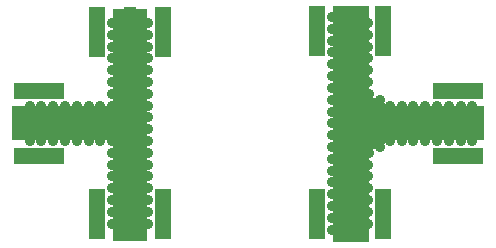
<source format=gts>
G04*
G04 #@! TF.GenerationSoftware,Altium Limited,Altium Designer,24.4.1 (13)*
G04*
G04 Layer_Color=8388736*
%FSLAX25Y25*%
%MOIN*%
G70*
G04*
G04 #@! TF.SameCoordinates,8AE4C5FD-FAF6-43D2-9A58-D59D8264A591*
G04*
G04*
G04 #@! TF.FilePolarity,Negative*
G04*
G01*
G75*
%ADD18R,0.12205X0.78945*%
%ADD19R,0.41339X0.11811*%
%ADD20R,0.39370X0.11811*%
%ADD21R,0.11811X0.77756*%
%ADD22R,0.16942X0.04343*%
%ADD23R,0.16942X0.05721*%
%ADD24R,0.04343X0.16942*%
%ADD25R,0.05721X0.16942*%
%ADD26R,0.03162X0.03162*%
%ADD27R,0.03162X0.03162*%
%ADD28P,0.04472X4X345.0*%
%ADD29P,0.04472X4X105.0*%
%ADD30C,0.03556*%
G36*
X118110Y49213D02*
X125984Y45276D01*
Y33465D01*
X118110Y29528D01*
X110236D01*
Y49213D01*
X118110D01*
D02*
G37*
D18*
X112992Y39268D02*
D03*
D19*
X136811Y39370D02*
D03*
D20*
X19685D02*
D03*
D21*
X39370Y38878D02*
D03*
D22*
X9055Y39370D02*
D03*
X148721D02*
D03*
D23*
X9055Y50295D02*
D03*
Y28445D02*
D03*
X148721D02*
D03*
Y50295D02*
D03*
D24*
X39370Y9055D02*
D03*
Y69685D02*
D03*
X112795Y70079D02*
D03*
X112795Y9055D02*
D03*
D25*
X28445D02*
D03*
X50295D02*
D03*
Y69685D02*
D03*
X28445D02*
D03*
X123721Y70079D02*
D03*
X101870D02*
D03*
X101870Y9055D02*
D03*
X123720D02*
D03*
D26*
X112795Y37402D02*
D03*
Y41339D02*
D03*
X39370Y32283D02*
D03*
Y36220D02*
D03*
Y46457D02*
D03*
Y42520D02*
D03*
D27*
X36220Y39370D02*
D03*
X32283D02*
D03*
D28*
X117193Y34843D02*
D03*
X120602Y36811D02*
D03*
D29*
Y41929D02*
D03*
X117193Y43898D02*
D03*
D30*
X116929Y39370D02*
D03*
X101870Y70079D02*
D03*
X101969Y74213D02*
D03*
Y66339D02*
D03*
X123721Y70079D02*
D03*
X123819Y74213D02*
D03*
Y66339D02*
D03*
X148721Y50295D02*
D03*
X152854Y50197D02*
D03*
X144980D02*
D03*
X148721Y28445D02*
D03*
X152854Y28346D02*
D03*
X144980D02*
D03*
X123720Y9055D02*
D03*
X123622Y4921D02*
D03*
Y12795D02*
D03*
X101870Y9055D02*
D03*
X101772Y4921D02*
D03*
Y12795D02*
D03*
X50295Y9055D02*
D03*
X50197Y4921D02*
D03*
Y12795D02*
D03*
X28445Y9055D02*
D03*
X28346Y4921D02*
D03*
Y12795D02*
D03*
X50295Y69685D02*
D03*
X50197Y65551D02*
D03*
Y73425D02*
D03*
X28445Y69685D02*
D03*
X28346Y65551D02*
D03*
Y73425D02*
D03*
X9055Y50295D02*
D03*
X4921Y50394D02*
D03*
X12795D02*
D03*
Y28543D02*
D03*
X4921D02*
D03*
X9055Y28445D02*
D03*
X119165Y29528D02*
D03*
Y49213D02*
D03*
X122575Y47244D02*
D03*
Y31496D02*
D03*
X125984Y45276D02*
D03*
Y33465D02*
D03*
X129921D02*
D03*
Y45276D02*
D03*
X133858Y33465D02*
D03*
Y45276D02*
D03*
X153543D02*
D03*
X149606D02*
D03*
X145669D02*
D03*
X141732D02*
D03*
X137795D02*
D03*
Y33465D02*
D03*
X141732D02*
D03*
X145669D02*
D03*
X149606D02*
D03*
X153543D02*
D03*
X118701Y5906D02*
D03*
Y9843D02*
D03*
Y13780D02*
D03*
Y17717D02*
D03*
Y21654D02*
D03*
Y25591D02*
D03*
X118701Y53150D02*
D03*
Y57087D02*
D03*
Y61024D02*
D03*
Y64961D02*
D03*
Y68898D02*
D03*
Y72835D02*
D03*
X106890Y74803D02*
D03*
X106890Y70866D02*
D03*
X106890Y66929D02*
D03*
Y62992D02*
D03*
Y59055D02*
D03*
Y55118D02*
D03*
X106890Y51181D02*
D03*
X106890Y47244D02*
D03*
Y43307D02*
D03*
Y39370D02*
D03*
Y35433D02*
D03*
Y31496D02*
D03*
Y27559D02*
D03*
X106890Y23622D02*
D03*
Y19685D02*
D03*
X106890Y15748D02*
D03*
X106890Y11811D02*
D03*
X106890Y7874D02*
D03*
X106890Y3937D02*
D03*
X45276Y72835D02*
D03*
Y68898D02*
D03*
Y64961D02*
D03*
Y61024D02*
D03*
Y57087D02*
D03*
Y53150D02*
D03*
Y49213D02*
D03*
Y45276D02*
D03*
Y41339D02*
D03*
Y37402D02*
D03*
Y33465D02*
D03*
Y29528D02*
D03*
Y25591D02*
D03*
Y21654D02*
D03*
Y17717D02*
D03*
Y13780D02*
D03*
Y9843D02*
D03*
Y5906D02*
D03*
X33465D02*
D03*
Y9843D02*
D03*
Y13780D02*
D03*
Y17717D02*
D03*
Y21654D02*
D03*
Y25591D02*
D03*
Y29528D02*
D03*
Y33465D02*
D03*
X29528D02*
D03*
X25591D02*
D03*
X21654D02*
D03*
X17717D02*
D03*
X13780D02*
D03*
X9843D02*
D03*
X5906D02*
D03*
X33465Y72835D02*
D03*
Y68898D02*
D03*
Y64961D02*
D03*
Y61024D02*
D03*
Y57087D02*
D03*
Y53150D02*
D03*
X5906Y45276D02*
D03*
X9843D02*
D03*
X13780D02*
D03*
X17717D02*
D03*
X21654D02*
D03*
X25591D02*
D03*
X29528D02*
D03*
X33465Y49213D02*
D03*
Y45276D02*
D03*
M02*

</source>
